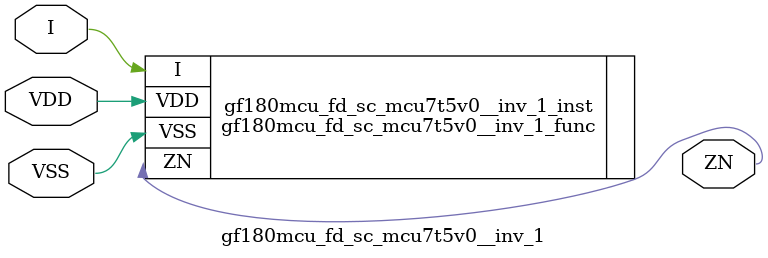
<source format=v>

module gf180mcu_fd_sc_mcu7t5v0__inv_1( I, ZN, VDD, VSS );
input I;
inout VDD, VSS;
output ZN;

   `ifdef FUNCTIONAL  //  functional //

	gf180mcu_fd_sc_mcu7t5v0__inv_1_func gf180mcu_fd_sc_mcu7t5v0__inv_1_behav_inst(.I(I),.ZN(ZN),.VDD(VDD),.VSS(VSS));

   `else

	gf180mcu_fd_sc_mcu7t5v0__inv_1_func gf180mcu_fd_sc_mcu7t5v0__inv_1_inst(.I(I),.ZN(ZN),.VDD(VDD),.VSS(VSS));

	// spec_gates_begin


	// spec_gates_end



   specify

	// specify_block_begin

	// comb arc I --> ZN
	 (I => ZN) = (1.0,1.0);

	// specify_block_end

   endspecify

   `endif

endmodule

</source>
